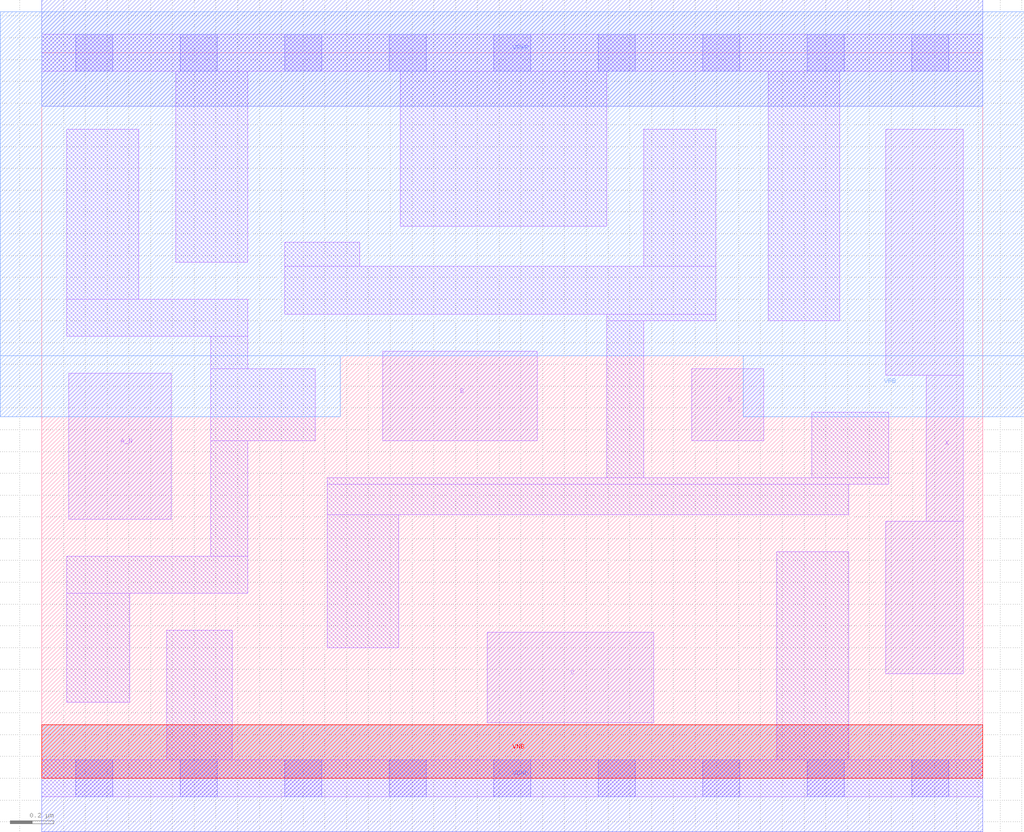
<source format=lef>
# Copyright 2020 The SkyWater PDK Authors
#
# Licensed under the Apache License, Version 2.0 (the "License");
# you may not use this file except in compliance with the License.
# You may obtain a copy of the License at
#
#     https://www.apache.org/licenses/LICENSE-2.0
#
# Unless required by applicable law or agreed to in writing, software
# distributed under the License is distributed on an "AS IS" BASIS,
# WITHOUT WARRANTIES OR CONDITIONS OF ANY KIND, either express or implied.
# See the License for the specific language governing permissions and
# limitations under the License.
#
# SPDX-License-Identifier: Apache-2.0

VERSION 5.7 ;
  NOWIREEXTENSIONATPIN ON ;
  DIVIDERCHAR "/" ;
  BUSBITCHARS "[]" ;
MACRO sky130_fd_sc_ls__and4b_1
  CLASS CORE ;
  FOREIGN sky130_fd_sc_ls__and4b_1 ;
  ORIGIN  0.000000  0.000000 ;
  SIZE  4.320000 BY  3.330000 ;
  SYMMETRY X Y ;
  SITE unit ;
  PIN A_N
    ANTENNAGATEAREA  0.208500 ;
    DIRECTION INPUT ;
    USE SIGNAL ;
    PORT
      LAYER li1 ;
        RECT 0.125000 1.190000 0.595000 1.860000 ;
    END
  END A_N
  PIN B
    ANTENNAGATEAREA  0.222000 ;
    DIRECTION INPUT ;
    USE SIGNAL ;
    PORT
      LAYER li1 ;
        RECT 1.565000 1.550000 2.275000 1.960000 ;
    END
  END B
  PIN C
    ANTENNAGATEAREA  0.222000 ;
    DIRECTION INPUT ;
    USE SIGNAL ;
    PORT
      LAYER li1 ;
        RECT 2.045000 0.255000 2.810000 0.670000 ;
    END
  END C
  PIN D
    ANTENNAGATEAREA  0.222000 ;
    DIRECTION INPUT ;
    USE SIGNAL ;
    PORT
      LAYER li1 ;
        RECT 2.985000 1.550000 3.315000 1.880000 ;
    END
  END D
  PIN VNB
    PORT
      LAYER pwell ;
        RECT 0.000000 0.000000 4.320000 0.245000 ;
    END
  END VNB
  PIN VPB
    PORT
      LAYER nwell ;
        RECT -0.190000 1.660000 1.370000 1.940000 ;
        RECT -0.190000 1.940000 4.510000 3.520000 ;
        RECT  3.220000 1.660000 4.510000 1.940000 ;
    END
  END VPB
  PIN X
    ANTENNADIFFAREA  0.541300 ;
    DIRECTION OUTPUT ;
    USE SIGNAL ;
    PORT
      LAYER li1 ;
        RECT 3.875000 0.480000 4.230000 1.180000 ;
        RECT 3.875000 1.850000 4.230000 2.980000 ;
        RECT 4.060000 1.180000 4.230000 1.850000 ;
    END
  END X
  PIN VGND
    DIRECTION INOUT ;
    SHAPE ABUTMENT ;
    USE GROUND ;
    PORT
      LAYER met1 ;
        RECT 0.000000 -0.245000 4.320000 0.245000 ;
    END
  END VGND
  PIN VPWR
    DIRECTION INOUT ;
    SHAPE ABUTMENT ;
    USE POWER ;
    PORT
      LAYER met1 ;
        RECT 0.000000 3.085000 4.320000 3.575000 ;
    END
  END VPWR
  OBS
    LAYER li1 ;
      RECT 0.000000 -0.085000 4.320000 0.085000 ;
      RECT 0.000000  3.245000 4.320000 3.415000 ;
      RECT 0.115000  0.350000 0.405000 0.850000 ;
      RECT 0.115000  0.850000 0.945000 1.020000 ;
      RECT 0.115000  2.030000 0.945000 2.200000 ;
      RECT 0.115000  2.200000 0.445000 2.980000 ;
      RECT 0.575000  0.085000 0.875000 0.680000 ;
      RECT 0.615000  2.370000 0.945000 3.245000 ;
      RECT 0.775000  1.020000 0.945000 1.550000 ;
      RECT 0.775000  1.550000 1.255000 1.880000 ;
      RECT 0.775000  1.880000 0.945000 2.030000 ;
      RECT 1.115000  2.130000 3.095000 2.350000 ;
      RECT 1.115000  2.350000 1.460000 2.460000 ;
      RECT 1.310000  0.600000 1.640000 1.210000 ;
      RECT 1.310000  1.210000 3.705000 1.350000 ;
      RECT 1.310000  1.350000 3.890000 1.380000 ;
      RECT 1.645000  2.535000 2.595000 3.245000 ;
      RECT 2.595000  1.380000 2.765000 2.100000 ;
      RECT 2.595000  2.100000 3.095000 2.130000 ;
      RECT 2.765000  2.350000 3.095000 2.980000 ;
      RECT 3.335000  2.100000 3.665000 3.245000 ;
      RECT 3.375000  0.085000 3.705000 1.040000 ;
      RECT 3.535000  1.380000 3.890000 1.680000 ;
    LAYER mcon ;
      RECT 0.155000 -0.085000 0.325000 0.085000 ;
      RECT 0.155000  3.245000 0.325000 3.415000 ;
      RECT 0.635000 -0.085000 0.805000 0.085000 ;
      RECT 0.635000  3.245000 0.805000 3.415000 ;
      RECT 1.115000 -0.085000 1.285000 0.085000 ;
      RECT 1.115000  3.245000 1.285000 3.415000 ;
      RECT 1.595000 -0.085000 1.765000 0.085000 ;
      RECT 1.595000  3.245000 1.765000 3.415000 ;
      RECT 2.075000 -0.085000 2.245000 0.085000 ;
      RECT 2.075000  3.245000 2.245000 3.415000 ;
      RECT 2.555000 -0.085000 2.725000 0.085000 ;
      RECT 2.555000  3.245000 2.725000 3.415000 ;
      RECT 3.035000 -0.085000 3.205000 0.085000 ;
      RECT 3.035000  3.245000 3.205000 3.415000 ;
      RECT 3.515000 -0.085000 3.685000 0.085000 ;
      RECT 3.515000  3.245000 3.685000 3.415000 ;
      RECT 3.995000 -0.085000 4.165000 0.085000 ;
      RECT 3.995000  3.245000 4.165000 3.415000 ;
  END
END sky130_fd_sc_ls__and4b_1
END LIBRARY

</source>
